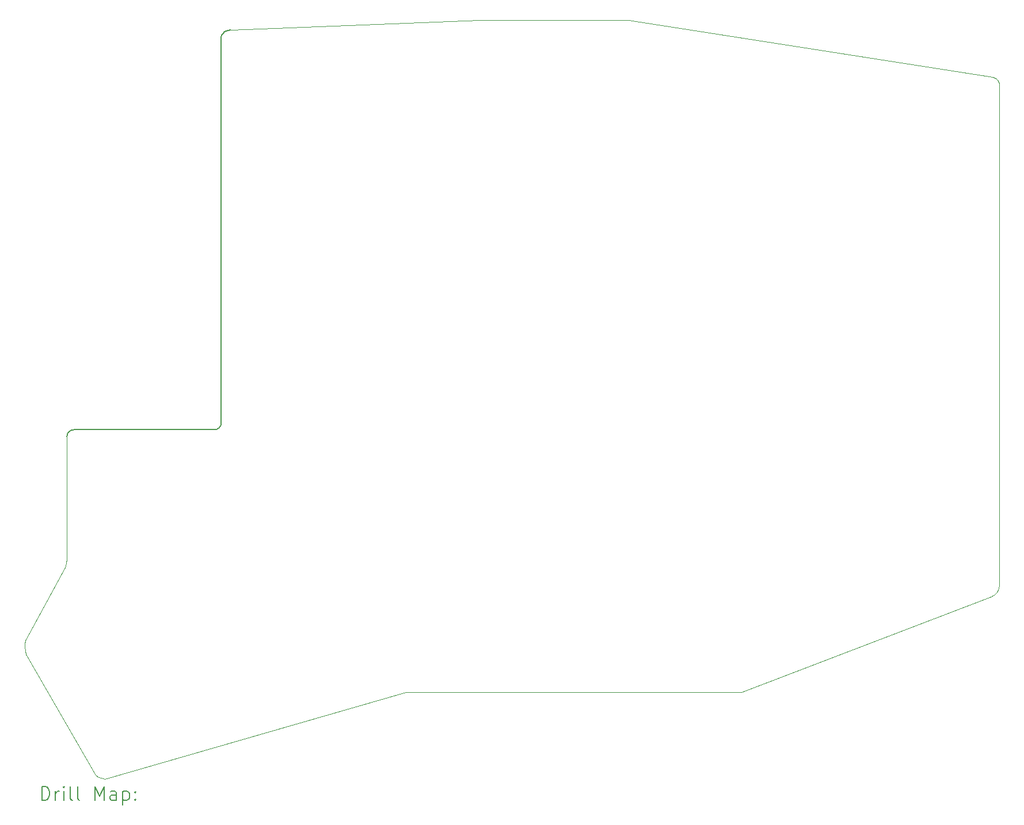
<source format=gbr>
%FSLAX45Y45*%
G04 Gerber Fmt 4.5, Leading zero omitted, Abs format (unit mm)*
G04 Created by KiCad (PCBNEW (6.0.5)) date 2022-12-06 20:58:18*
%MOMM*%
%LPD*%
G01*
G04 APERTURE LIST*
%TA.AperFunction,Profile*%
%ADD10C,0.100000*%
%TD*%
%TA.AperFunction,Profile*%
%ADD11C,0.150000*%
%TD*%
%ADD12C,0.200000*%
G04 APERTURE END LIST*
D10*
X22538108Y-4400141D02*
X22546748Y-4418227D01*
X9264720Y-14620360D02*
X8239720Y-12840360D01*
X17104720Y-3500360D02*
X22457264Y-4344875D01*
X8837246Y-11440360D02*
X8829720Y-11505360D01*
X9344720Y-14665360D02*
X9399720Y-14675360D01*
X8224720Y-12790360D02*
X8219720Y-12730360D01*
X9299720Y-14650360D02*
X9344720Y-14665360D01*
X22477431Y-4350038D02*
X22495907Y-4358507D01*
X22449940Y-11991160D02*
X18759720Y-13400360D01*
X8829720Y-11505360D02*
X8809720Y-11565360D01*
X8219720Y-12730360D02*
X8219720Y-12690360D01*
X9264720Y-14620360D02*
X9299720Y-14650360D01*
X22457264Y-4344875D02*
X22477431Y-4350038D01*
X22554038Y-4458550D02*
X22556620Y-11832495D01*
X22552158Y-4437817D02*
X22554038Y-4458550D01*
X8229720Y-12640360D02*
X8809720Y-11565360D01*
X22546748Y-4418227D02*
X22552158Y-4437817D01*
X14909720Y-3500360D02*
X11249720Y-3645860D01*
X13825133Y-13400360D02*
X18759720Y-13400360D01*
X8239720Y-12840360D02*
X8224720Y-12790360D01*
X8219720Y-12690360D02*
X8229720Y-12640360D01*
X13825133Y-13400360D02*
X9399720Y-14675360D01*
X22512382Y-4369920D02*
X22526552Y-4383918D01*
X14909720Y-3500360D02*
X17104720Y-3500360D01*
X22526552Y-4383918D02*
X22538108Y-4400141D01*
X8837246Y-11440360D02*
X8840220Y-9635860D01*
X22495907Y-4358507D02*
X22512382Y-4369920D01*
D11*
X8940220Y-9535860D02*
X11009720Y-9535860D01*
X11109720Y-9435860D02*
X11109720Y-3760360D01*
X11119720Y-3725860D02*
X11139720Y-3695860D01*
X11139720Y-3695860D02*
X11159720Y-3675860D01*
X11109720Y-3760360D02*
X11119720Y-3725860D01*
X8940220Y-9535860D02*
G75*
G03*
X8840220Y-9635860I0J-100000D01*
G01*
X11159720Y-3675860D02*
X11179720Y-3665860D01*
X11009720Y-9535860D02*
G75*
G03*
X11109720Y-9435860I0J100000D01*
G01*
X11209720Y-3655860D02*
X11249720Y-3645860D01*
X11179720Y-3665860D02*
X11209720Y-3655860D01*
D10*
X22449941Y-11991163D02*
G75*
G03*
X22556620Y-11832495I-68131J161004D01*
G01*
D12*
X8472339Y-14990836D02*
X8472339Y-14790836D01*
X8519958Y-14790836D01*
X8548530Y-14800360D01*
X8567577Y-14819408D01*
X8577101Y-14838455D01*
X8586625Y-14876550D01*
X8586625Y-14905122D01*
X8577101Y-14943217D01*
X8567577Y-14962265D01*
X8548530Y-14981312D01*
X8519958Y-14990836D01*
X8472339Y-14990836D01*
X8672339Y-14990836D02*
X8672339Y-14857503D01*
X8672339Y-14895598D02*
X8681863Y-14876550D01*
X8691387Y-14867027D01*
X8710434Y-14857503D01*
X8729482Y-14857503D01*
X8796149Y-14990836D02*
X8796149Y-14857503D01*
X8796149Y-14790836D02*
X8786625Y-14800360D01*
X8796149Y-14809884D01*
X8805672Y-14800360D01*
X8796149Y-14790836D01*
X8796149Y-14809884D01*
X8919958Y-14990836D02*
X8900910Y-14981312D01*
X8891387Y-14962265D01*
X8891387Y-14790836D01*
X9024720Y-14990836D02*
X9005672Y-14981312D01*
X8996149Y-14962265D01*
X8996149Y-14790836D01*
X9253291Y-14990836D02*
X9253291Y-14790836D01*
X9319958Y-14933693D01*
X9386625Y-14790836D01*
X9386625Y-14990836D01*
X9567577Y-14990836D02*
X9567577Y-14886074D01*
X9558053Y-14867027D01*
X9539006Y-14857503D01*
X9500910Y-14857503D01*
X9481863Y-14867027D01*
X9567577Y-14981312D02*
X9548530Y-14990836D01*
X9500910Y-14990836D01*
X9481863Y-14981312D01*
X9472339Y-14962265D01*
X9472339Y-14943217D01*
X9481863Y-14924169D01*
X9500910Y-14914646D01*
X9548530Y-14914646D01*
X9567577Y-14905122D01*
X9662815Y-14857503D02*
X9662815Y-15057503D01*
X9662815Y-14867027D02*
X9681863Y-14857503D01*
X9719958Y-14857503D01*
X9739006Y-14867027D01*
X9748530Y-14876550D01*
X9758053Y-14895598D01*
X9758053Y-14952741D01*
X9748530Y-14971788D01*
X9739006Y-14981312D01*
X9719958Y-14990836D01*
X9681863Y-14990836D01*
X9662815Y-14981312D01*
X9843768Y-14971788D02*
X9853291Y-14981312D01*
X9843768Y-14990836D01*
X9834244Y-14981312D01*
X9843768Y-14971788D01*
X9843768Y-14990836D01*
X9843768Y-14867027D02*
X9853291Y-14876550D01*
X9843768Y-14886074D01*
X9834244Y-14876550D01*
X9843768Y-14867027D01*
X9843768Y-14886074D01*
M02*

</source>
